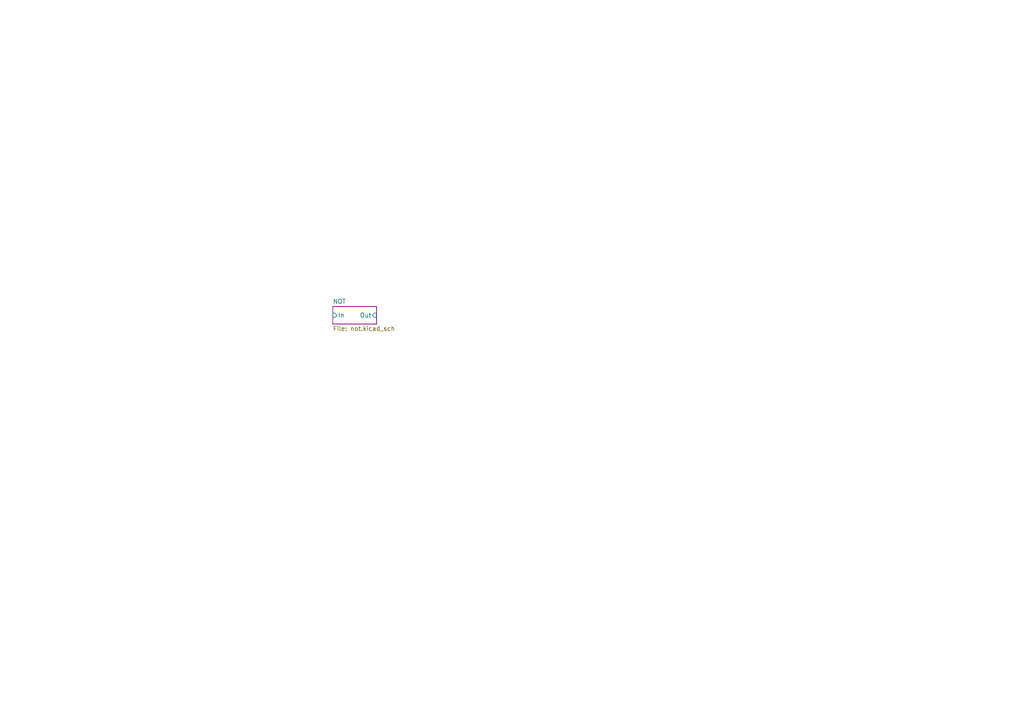
<source format=kicad_sch>
(kicad_sch
	(version 20250114)
	(generator "eeschema")
	(generator_version "9.0")
	(uuid "065ec8a0-0044-4321-b559-a8b407f0b45c")
	(paper "A4")
	(lib_symbols)
	(sheet
		(at 96.52 88.9)
		(size 12.7 5.08)
		(exclude_from_sim no)
		(in_bom yes)
		(on_board yes)
		(dnp no)
		(fields_autoplaced yes)
		(stroke
			(width 0.1524)
			(type solid)
			(color 132 0 132 1)
		)
		(fill
			(color 255 255 255 0.0000)
		)
		(uuid "1b1bce57-52d2-47a4-ac2f-4da4fa84b9ff")
		(property "Sheetname" "NOT"
			(at 96.52 88.1884 0)
			(effects
				(font
					(size 1.27 1.27)
				)
				(justify left bottom)
			)
		)
		(property "Sheetfile" "not.kicad_sch"
			(at 96.52 94.5646 0)
			(effects
				(font
					(size 1.27 1.27)
				)
				(justify left top)
			)
		)
		(pin "In" input
			(at 96.52 91.44 180)
			(uuid "5ef958c6-00c3-4bce-9a08-ea13b9227d2f")
			(effects
				(font
					(size 1.27 1.27)
				)
				(justify left)
			)
		)
		(pin "Out" input
			(at 109.22 91.44 0)
			(uuid "2518ccf7-b548-40e7-89cb-29e901a258d7")
			(effects
				(font
					(size 1.27 1.27)
				)
				(justify right)
			)
		)
		(instances
			(project "transistor-clock"
				(path "/ce10d5bc-995e-4952-aa76-0a08f713a0f2/8b9224c8-f667-4bdb-aaa7-6f82b55834ac"
					(page "97")
				)
			)
		)
	)
)

</source>
